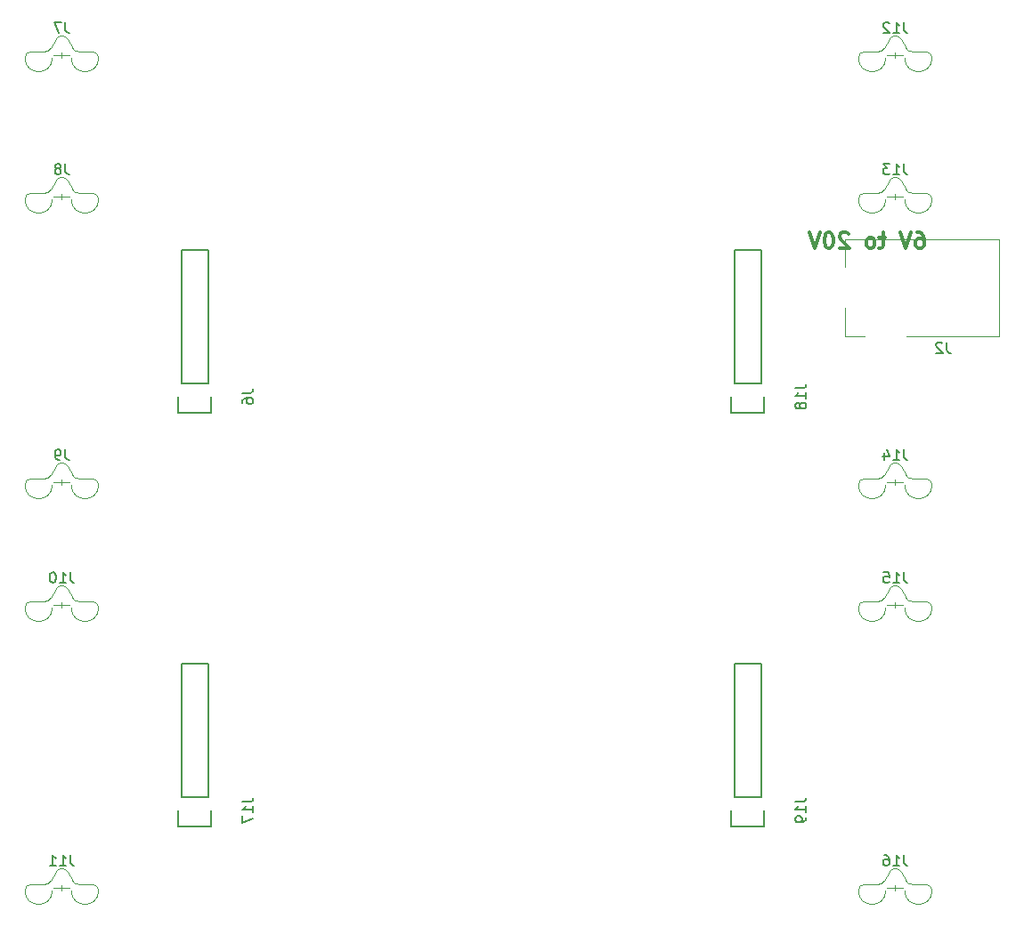
<source format=gbo>
G04 #@! TF.FileFunction,Legend,Bot*
%FSLAX46Y46*%
G04 Gerber Fmt 4.6, Leading zero omitted, Abs format (unit mm)*
G04 Created by KiCad (PCBNEW 4.0.4-stable) date 12/10/17 00:47:25*
%MOMM*%
%LPD*%
G01*
G04 APERTURE LIST*
%ADD10C,0.250000*%
%ADD11C,0.300000*%
%ADD12C,0.150000*%
%ADD13C,0.100000*%
%ADD14C,0.120000*%
G04 APERTURE END LIST*
D10*
D11*
X186288570Y-85538571D02*
X186574284Y-85538571D01*
X186717141Y-85610000D01*
X186788570Y-85681429D01*
X186931427Y-85895714D01*
X187002856Y-86181429D01*
X187002856Y-86752857D01*
X186931427Y-86895714D01*
X186859999Y-86967143D01*
X186717141Y-87038571D01*
X186431427Y-87038571D01*
X186288570Y-86967143D01*
X186217141Y-86895714D01*
X186145713Y-86752857D01*
X186145713Y-86395714D01*
X186217141Y-86252857D01*
X186288570Y-86181429D01*
X186431427Y-86110000D01*
X186717141Y-86110000D01*
X186859999Y-86181429D01*
X186931427Y-86252857D01*
X187002856Y-86395714D01*
X185717142Y-85538571D02*
X185217142Y-87038571D01*
X184717142Y-85538571D01*
X183288571Y-86038571D02*
X182717142Y-86038571D01*
X183074285Y-85538571D02*
X183074285Y-86824286D01*
X183002857Y-86967143D01*
X182859999Y-87038571D01*
X182717142Y-87038571D01*
X182002856Y-87038571D02*
X182145714Y-86967143D01*
X182217142Y-86895714D01*
X182288571Y-86752857D01*
X182288571Y-86324286D01*
X182217142Y-86181429D01*
X182145714Y-86110000D01*
X182002856Y-86038571D01*
X181788571Y-86038571D01*
X181645714Y-86110000D01*
X181574285Y-86181429D01*
X181502856Y-86324286D01*
X181502856Y-86752857D01*
X181574285Y-86895714D01*
X181645714Y-86967143D01*
X181788571Y-87038571D01*
X182002856Y-87038571D01*
X179788571Y-85681429D02*
X179717142Y-85610000D01*
X179574285Y-85538571D01*
X179217142Y-85538571D01*
X179074285Y-85610000D01*
X179002856Y-85681429D01*
X178931428Y-85824286D01*
X178931428Y-85967143D01*
X179002856Y-86181429D01*
X179859999Y-87038571D01*
X178931428Y-87038571D01*
X178002857Y-85538571D02*
X177860000Y-85538571D01*
X177717143Y-85610000D01*
X177645714Y-85681429D01*
X177574285Y-85824286D01*
X177502857Y-86110000D01*
X177502857Y-86467143D01*
X177574285Y-86752857D01*
X177645714Y-86895714D01*
X177717143Y-86967143D01*
X177860000Y-87038571D01*
X178002857Y-87038571D01*
X178145714Y-86967143D01*
X178217143Y-86895714D01*
X178288571Y-86752857D01*
X178360000Y-86467143D01*
X178360000Y-86110000D01*
X178288571Y-85824286D01*
X178217143Y-85681429D01*
X178145714Y-85610000D01*
X178002857Y-85538571D01*
X177074286Y-85538571D02*
X176574286Y-87038571D01*
X176074286Y-85538571D01*
D12*
X116355000Y-99905000D02*
X116355000Y-87205000D01*
X116355000Y-87205000D02*
X118895000Y-87205000D01*
X118895000Y-87205000D02*
X118895000Y-99905000D01*
X116075000Y-102725000D02*
X116075000Y-101175000D01*
X116355000Y-99905000D02*
X118895000Y-99905000D01*
X119175000Y-101175000D02*
X119175000Y-102725000D01*
X119175000Y-102725000D02*
X116075000Y-102725000D01*
D13*
X105757980Y-68640960D02*
X104233980Y-68640960D01*
X104995980Y-68894960D02*
X104995980Y-68386960D01*
X105523909Y-67142360D02*
G75*
G03X104468051Y-67142360I-527929J-304800D01*
G01*
X105523909Y-67142360D02*
X106037173Y-68031360D01*
X106037174Y-68031360D02*
G75*
G03X106565103Y-68336160I527929J304800D01*
G01*
X106565103Y-68336160D02*
X107891580Y-68336160D01*
X108501179Y-68944696D02*
G75*
G03X107891580Y-68336160I-609599J-1064D01*
G01*
X105897680Y-68945760D02*
G75*
G03X108501180Y-68945760I1301750J0D01*
G01*
X103426857Y-68336160D02*
X102100380Y-68336160D01*
X101490780Y-68945760D02*
G75*
G03X104094280Y-68945760I1301750J0D01*
G01*
X104468051Y-67142360D02*
X103954787Y-68031360D01*
X103426857Y-68336161D02*
G75*
G03X103954787Y-68031360I0J609601D01*
G01*
X102100380Y-68336160D02*
G75*
G03X101490780Y-68945760I0J-609600D01*
G01*
X105755440Y-82102960D02*
X104231440Y-82102960D01*
X104993440Y-82356960D02*
X104993440Y-81848960D01*
X105521369Y-80604360D02*
G75*
G03X104465511Y-80604360I-527929J-304800D01*
G01*
X105521369Y-80604360D02*
X106034633Y-81493360D01*
X106034634Y-81493360D02*
G75*
G03X106562563Y-81798160I527929J304800D01*
G01*
X106562563Y-81798160D02*
X107889040Y-81798160D01*
X108498639Y-82406696D02*
G75*
G03X107889040Y-81798160I-609599J-1064D01*
G01*
X105895140Y-82407760D02*
G75*
G03X108498640Y-82407760I1301750J0D01*
G01*
X103424317Y-81798160D02*
X102097840Y-81798160D01*
X101488240Y-82407760D02*
G75*
G03X104091740Y-82407760I1301750J0D01*
G01*
X104465511Y-80604360D02*
X103952247Y-81493360D01*
X103424317Y-81798161D02*
G75*
G03X103952247Y-81493360I0J609601D01*
G01*
X102097840Y-81798160D02*
G75*
G03X101488240Y-82407760I0J-609600D01*
G01*
X105755440Y-109280960D02*
X104231440Y-109280960D01*
X104993440Y-109534960D02*
X104993440Y-109026960D01*
X105521369Y-107782360D02*
G75*
G03X104465511Y-107782360I-527929J-304800D01*
G01*
X105521369Y-107782360D02*
X106034633Y-108671360D01*
X106034634Y-108671360D02*
G75*
G03X106562563Y-108976160I527929J304800D01*
G01*
X106562563Y-108976160D02*
X107889040Y-108976160D01*
X108498639Y-109584696D02*
G75*
G03X107889040Y-108976160I-609599J-1064D01*
G01*
X105895140Y-109585760D02*
G75*
G03X108498640Y-109585760I1301750J0D01*
G01*
X103424317Y-108976160D02*
X102097840Y-108976160D01*
X101488240Y-109585760D02*
G75*
G03X104091740Y-109585760I1301750J0D01*
G01*
X104465511Y-107782360D02*
X103952247Y-108671360D01*
X103424317Y-108976161D02*
G75*
G03X103952247Y-108671360I0J609601D01*
G01*
X102097840Y-108976160D02*
G75*
G03X101488240Y-109585760I0J-609600D01*
G01*
X105755440Y-120964960D02*
X104231440Y-120964960D01*
X104993440Y-121218960D02*
X104993440Y-120710960D01*
X105521369Y-119466360D02*
G75*
G03X104465511Y-119466360I-527929J-304800D01*
G01*
X105521369Y-119466360D02*
X106034633Y-120355360D01*
X106034634Y-120355360D02*
G75*
G03X106562563Y-120660160I527929J304800D01*
G01*
X106562563Y-120660160D02*
X107889040Y-120660160D01*
X108498639Y-121268696D02*
G75*
G03X107889040Y-120660160I-609599J-1064D01*
G01*
X105895140Y-121269760D02*
G75*
G03X108498640Y-121269760I1301750J0D01*
G01*
X103424317Y-120660160D02*
X102097840Y-120660160D01*
X101488240Y-121269760D02*
G75*
G03X104091740Y-121269760I1301750J0D01*
G01*
X104465511Y-119466360D02*
X103952247Y-120355360D01*
X103424317Y-120660161D02*
G75*
G03X103952247Y-120355360I0J609601D01*
G01*
X102097840Y-120660160D02*
G75*
G03X101488240Y-121269760I0J-609600D01*
G01*
X105755440Y-147888960D02*
X104231440Y-147888960D01*
X104993440Y-148142960D02*
X104993440Y-147634960D01*
X105521369Y-146390360D02*
G75*
G03X104465511Y-146390360I-527929J-304800D01*
G01*
X105521369Y-146390360D02*
X106034633Y-147279360D01*
X106034634Y-147279360D02*
G75*
G03X106562563Y-147584160I527929J304800D01*
G01*
X106562563Y-147584160D02*
X107889040Y-147584160D01*
X108498639Y-148192696D02*
G75*
G03X107889040Y-147584160I-609599J-1064D01*
G01*
X105895140Y-148193760D02*
G75*
G03X108498640Y-148193760I1301750J0D01*
G01*
X103424317Y-147584160D02*
X102097840Y-147584160D01*
X101488240Y-148193760D02*
G75*
G03X104091740Y-148193760I1301750J0D01*
G01*
X104465511Y-146390360D02*
X103952247Y-147279360D01*
X103424317Y-147584161D02*
G75*
G03X103952247Y-147279360I0J609601D01*
G01*
X102097840Y-147584160D02*
G75*
G03X101488240Y-148193760I0J-609600D01*
G01*
X185003440Y-68640960D02*
X183479440Y-68640960D01*
X184241440Y-68894960D02*
X184241440Y-68386960D01*
X184769369Y-67142360D02*
G75*
G03X183713511Y-67142360I-527929J-304800D01*
G01*
X184769369Y-67142360D02*
X185282633Y-68031360D01*
X185282634Y-68031360D02*
G75*
G03X185810563Y-68336160I527929J304800D01*
G01*
X185810563Y-68336160D02*
X187137040Y-68336160D01*
X187746639Y-68944696D02*
G75*
G03X187137040Y-68336160I-609599J-1064D01*
G01*
X185143140Y-68945760D02*
G75*
G03X187746640Y-68945760I1301750J0D01*
G01*
X182672317Y-68336160D02*
X181345840Y-68336160D01*
X180736240Y-68945760D02*
G75*
G03X183339740Y-68945760I1301750J0D01*
G01*
X183713511Y-67142360D02*
X183200247Y-68031360D01*
X182672317Y-68336161D02*
G75*
G03X183200247Y-68031360I0J609601D01*
G01*
X181345840Y-68336160D02*
G75*
G03X180736240Y-68945760I0J-609600D01*
G01*
X185003440Y-82102960D02*
X183479440Y-82102960D01*
X184241440Y-82356960D02*
X184241440Y-81848960D01*
X184769369Y-80604360D02*
G75*
G03X183713511Y-80604360I-527929J-304800D01*
G01*
X184769369Y-80604360D02*
X185282633Y-81493360D01*
X185282634Y-81493360D02*
G75*
G03X185810563Y-81798160I527929J304800D01*
G01*
X185810563Y-81798160D02*
X187137040Y-81798160D01*
X187746639Y-82406696D02*
G75*
G03X187137040Y-81798160I-609599J-1064D01*
G01*
X185143140Y-82407760D02*
G75*
G03X187746640Y-82407760I1301750J0D01*
G01*
X182672317Y-81798160D02*
X181345840Y-81798160D01*
X180736240Y-82407760D02*
G75*
G03X183339740Y-82407760I1301750J0D01*
G01*
X183713511Y-80604360D02*
X183200247Y-81493360D01*
X182672317Y-81798161D02*
G75*
G03X183200247Y-81493360I0J609601D01*
G01*
X181345840Y-81798160D02*
G75*
G03X180736240Y-82407760I0J-609600D01*
G01*
X185003440Y-109280960D02*
X183479440Y-109280960D01*
X184241440Y-109534960D02*
X184241440Y-109026960D01*
X184769369Y-107782360D02*
G75*
G03X183713511Y-107782360I-527929J-304800D01*
G01*
X184769369Y-107782360D02*
X185282633Y-108671360D01*
X185282634Y-108671360D02*
G75*
G03X185810563Y-108976160I527929J304800D01*
G01*
X185810563Y-108976160D02*
X187137040Y-108976160D01*
X187746639Y-109584696D02*
G75*
G03X187137040Y-108976160I-609599J-1064D01*
G01*
X185143140Y-109585760D02*
G75*
G03X187746640Y-109585760I1301750J0D01*
G01*
X182672317Y-108976160D02*
X181345840Y-108976160D01*
X180736240Y-109585760D02*
G75*
G03X183339740Y-109585760I1301750J0D01*
G01*
X183713511Y-107782360D02*
X183200247Y-108671360D01*
X182672317Y-108976161D02*
G75*
G03X183200247Y-108671360I0J609601D01*
G01*
X181345840Y-108976160D02*
G75*
G03X180736240Y-109585760I0J-609600D01*
G01*
X185003440Y-120964960D02*
X183479440Y-120964960D01*
X184241440Y-121218960D02*
X184241440Y-120710960D01*
X184769369Y-119466360D02*
G75*
G03X183713511Y-119466360I-527929J-304800D01*
G01*
X184769369Y-119466360D02*
X185282633Y-120355360D01*
X185282634Y-120355360D02*
G75*
G03X185810563Y-120660160I527929J304800D01*
G01*
X185810563Y-120660160D02*
X187137040Y-120660160D01*
X187746639Y-121268696D02*
G75*
G03X187137040Y-120660160I-609599J-1064D01*
G01*
X185143140Y-121269760D02*
G75*
G03X187746640Y-121269760I1301750J0D01*
G01*
X182672317Y-120660160D02*
X181345840Y-120660160D01*
X180736240Y-121269760D02*
G75*
G03X183339740Y-121269760I1301750J0D01*
G01*
X183713511Y-119466360D02*
X183200247Y-120355360D01*
X182672317Y-120660161D02*
G75*
G03X183200247Y-120355360I0J609601D01*
G01*
X181345840Y-120660160D02*
G75*
G03X180736240Y-121269760I0J-609600D01*
G01*
X185003440Y-147888960D02*
X183479440Y-147888960D01*
X184241440Y-148142960D02*
X184241440Y-147634960D01*
X184769369Y-146390360D02*
G75*
G03X183713511Y-146390360I-527929J-304800D01*
G01*
X184769369Y-146390360D02*
X185282633Y-147279360D01*
X185282634Y-147279360D02*
G75*
G03X185810563Y-147584160I527929J304800D01*
G01*
X185810563Y-147584160D02*
X187137040Y-147584160D01*
X187746639Y-148192696D02*
G75*
G03X187137040Y-147584160I-609599J-1064D01*
G01*
X185143140Y-148193760D02*
G75*
G03X187746640Y-148193760I1301750J0D01*
G01*
X182672317Y-147584160D02*
X181345840Y-147584160D01*
X180736240Y-148193760D02*
G75*
G03X183339740Y-148193760I1301750J0D01*
G01*
X183713511Y-146390360D02*
X183200247Y-147279360D01*
X182672317Y-147584161D02*
G75*
G03X183200247Y-147279360I0J609601D01*
G01*
X181345840Y-147584160D02*
G75*
G03X180736240Y-148193760I0J-609600D01*
G01*
D12*
X116355000Y-139280000D02*
X116355000Y-126580000D01*
X116355000Y-126580000D02*
X118895000Y-126580000D01*
X118895000Y-126580000D02*
X118895000Y-139280000D01*
X116075000Y-142100000D02*
X116075000Y-140550000D01*
X116355000Y-139280000D02*
X118895000Y-139280000D01*
X119175000Y-140550000D02*
X119175000Y-142100000D01*
X119175000Y-142100000D02*
X116075000Y-142100000D01*
X168930000Y-99905000D02*
X168930000Y-87205000D01*
X168930000Y-87205000D02*
X171470000Y-87205000D01*
X171470000Y-87205000D02*
X171470000Y-99905000D01*
X168650000Y-102725000D02*
X168650000Y-101175000D01*
X168930000Y-99905000D02*
X171470000Y-99905000D01*
X171750000Y-101175000D02*
X171750000Y-102725000D01*
X171750000Y-102725000D02*
X168650000Y-102725000D01*
X168930000Y-139255000D02*
X168930000Y-126555000D01*
X168930000Y-126555000D02*
X171470000Y-126555000D01*
X171470000Y-126555000D02*
X171470000Y-139255000D01*
X168650000Y-142075000D02*
X168650000Y-140525000D01*
X168930000Y-139255000D02*
X171470000Y-139255000D01*
X171750000Y-140525000D02*
X171750000Y-142075000D01*
X171750000Y-142075000D02*
X168650000Y-142075000D01*
D14*
X185340000Y-95405000D02*
X194140000Y-95405000D01*
X194140000Y-95405000D02*
X194140000Y-86205000D01*
X179440000Y-92705000D02*
X179440000Y-95405000D01*
X179440000Y-95405000D02*
X181340000Y-95405000D01*
X194140000Y-86205000D02*
X179440000Y-86205000D01*
X179440000Y-86205000D02*
X179440000Y-88805000D01*
D12*
X122177381Y-100841667D02*
X122891667Y-100841667D01*
X123034524Y-100794047D01*
X123129762Y-100698809D01*
X123177381Y-100555952D01*
X123177381Y-100460714D01*
X122177381Y-101746429D02*
X122177381Y-101555952D01*
X122225000Y-101460714D01*
X122272619Y-101413095D01*
X122415476Y-101317857D01*
X122605952Y-101270238D01*
X122986905Y-101270238D01*
X123082143Y-101317857D01*
X123129762Y-101365476D01*
X123177381Y-101460714D01*
X123177381Y-101651191D01*
X123129762Y-101746429D01*
X123082143Y-101794048D01*
X122986905Y-101841667D01*
X122748810Y-101841667D01*
X122653571Y-101794048D01*
X122605952Y-101746429D01*
X122558333Y-101651191D01*
X122558333Y-101460714D01*
X122605952Y-101365476D01*
X122653571Y-101317857D01*
X122748810Y-101270238D01*
X105329313Y-65553341D02*
X105329313Y-66267627D01*
X105376933Y-66410484D01*
X105472171Y-66505722D01*
X105615028Y-66553341D01*
X105710266Y-66553341D01*
X104948361Y-65553341D02*
X104281694Y-65553341D01*
X104710266Y-66553341D01*
X105326773Y-79015341D02*
X105326773Y-79729627D01*
X105374393Y-79872484D01*
X105469631Y-79967722D01*
X105612488Y-80015341D01*
X105707726Y-80015341D01*
X104707726Y-79443912D02*
X104802964Y-79396293D01*
X104850583Y-79348674D01*
X104898202Y-79253436D01*
X104898202Y-79205817D01*
X104850583Y-79110579D01*
X104802964Y-79062960D01*
X104707726Y-79015341D01*
X104517249Y-79015341D01*
X104422011Y-79062960D01*
X104374392Y-79110579D01*
X104326773Y-79205817D01*
X104326773Y-79253436D01*
X104374392Y-79348674D01*
X104422011Y-79396293D01*
X104517249Y-79443912D01*
X104707726Y-79443912D01*
X104802964Y-79491531D01*
X104850583Y-79539150D01*
X104898202Y-79634389D01*
X104898202Y-79824865D01*
X104850583Y-79920103D01*
X104802964Y-79967722D01*
X104707726Y-80015341D01*
X104517249Y-80015341D01*
X104422011Y-79967722D01*
X104374392Y-79920103D01*
X104326773Y-79824865D01*
X104326773Y-79634389D01*
X104374392Y-79539150D01*
X104422011Y-79491531D01*
X104517249Y-79443912D01*
X105326773Y-106193341D02*
X105326773Y-106907627D01*
X105374393Y-107050484D01*
X105469631Y-107145722D01*
X105612488Y-107193341D01*
X105707726Y-107193341D01*
X104802964Y-107193341D02*
X104612488Y-107193341D01*
X104517249Y-107145722D01*
X104469630Y-107098103D01*
X104374392Y-106955246D01*
X104326773Y-106764770D01*
X104326773Y-106383817D01*
X104374392Y-106288579D01*
X104422011Y-106240960D01*
X104517249Y-106193341D01*
X104707726Y-106193341D01*
X104802964Y-106240960D01*
X104850583Y-106288579D01*
X104898202Y-106383817D01*
X104898202Y-106621912D01*
X104850583Y-106717150D01*
X104802964Y-106764770D01*
X104707726Y-106812389D01*
X104517249Y-106812389D01*
X104422011Y-106764770D01*
X104374392Y-106717150D01*
X104326773Y-106621912D01*
X105802963Y-117877341D02*
X105802963Y-118591627D01*
X105850583Y-118734484D01*
X105945821Y-118829722D01*
X106088678Y-118877341D01*
X106183916Y-118877341D01*
X104802963Y-118877341D02*
X105374392Y-118877341D01*
X105088678Y-118877341D02*
X105088678Y-117877341D01*
X105183916Y-118020198D01*
X105279154Y-118115436D01*
X105374392Y-118163055D01*
X104183916Y-117877341D02*
X104088677Y-117877341D01*
X103993439Y-117924960D01*
X103945820Y-117972579D01*
X103898201Y-118067817D01*
X103850582Y-118258293D01*
X103850582Y-118496389D01*
X103898201Y-118686865D01*
X103945820Y-118782103D01*
X103993439Y-118829722D01*
X104088677Y-118877341D01*
X104183916Y-118877341D01*
X104279154Y-118829722D01*
X104326773Y-118782103D01*
X104374392Y-118686865D01*
X104422011Y-118496389D01*
X104422011Y-118258293D01*
X104374392Y-118067817D01*
X104326773Y-117972579D01*
X104279154Y-117924960D01*
X104183916Y-117877341D01*
X105802963Y-144801341D02*
X105802963Y-145515627D01*
X105850583Y-145658484D01*
X105945821Y-145753722D01*
X106088678Y-145801341D01*
X106183916Y-145801341D01*
X104802963Y-145801341D02*
X105374392Y-145801341D01*
X105088678Y-145801341D02*
X105088678Y-144801341D01*
X105183916Y-144944198D01*
X105279154Y-145039436D01*
X105374392Y-145087055D01*
X103850582Y-145801341D02*
X104422011Y-145801341D01*
X104136297Y-145801341D02*
X104136297Y-144801341D01*
X104231535Y-144944198D01*
X104326773Y-145039436D01*
X104422011Y-145087055D01*
X185050963Y-65553341D02*
X185050963Y-66267627D01*
X185098583Y-66410484D01*
X185193821Y-66505722D01*
X185336678Y-66553341D01*
X185431916Y-66553341D01*
X184050963Y-66553341D02*
X184622392Y-66553341D01*
X184336678Y-66553341D02*
X184336678Y-65553341D01*
X184431916Y-65696198D01*
X184527154Y-65791436D01*
X184622392Y-65839055D01*
X183670011Y-65648579D02*
X183622392Y-65600960D01*
X183527154Y-65553341D01*
X183289058Y-65553341D01*
X183193820Y-65600960D01*
X183146201Y-65648579D01*
X183098582Y-65743817D01*
X183098582Y-65839055D01*
X183146201Y-65981912D01*
X183717630Y-66553341D01*
X183098582Y-66553341D01*
X185050963Y-79015341D02*
X185050963Y-79729627D01*
X185098583Y-79872484D01*
X185193821Y-79967722D01*
X185336678Y-80015341D01*
X185431916Y-80015341D01*
X184050963Y-80015341D02*
X184622392Y-80015341D01*
X184336678Y-80015341D02*
X184336678Y-79015341D01*
X184431916Y-79158198D01*
X184527154Y-79253436D01*
X184622392Y-79301055D01*
X183717630Y-79015341D02*
X183098582Y-79015341D01*
X183431916Y-79396293D01*
X183289058Y-79396293D01*
X183193820Y-79443912D01*
X183146201Y-79491531D01*
X183098582Y-79586770D01*
X183098582Y-79824865D01*
X183146201Y-79920103D01*
X183193820Y-79967722D01*
X183289058Y-80015341D01*
X183574773Y-80015341D01*
X183670011Y-79967722D01*
X183717630Y-79920103D01*
X185050963Y-106193341D02*
X185050963Y-106907627D01*
X185098583Y-107050484D01*
X185193821Y-107145722D01*
X185336678Y-107193341D01*
X185431916Y-107193341D01*
X184050963Y-107193341D02*
X184622392Y-107193341D01*
X184336678Y-107193341D02*
X184336678Y-106193341D01*
X184431916Y-106336198D01*
X184527154Y-106431436D01*
X184622392Y-106479055D01*
X183193820Y-106526674D02*
X183193820Y-107193341D01*
X183431916Y-106145722D02*
X183670011Y-106860008D01*
X183050963Y-106860008D01*
X185050963Y-117877341D02*
X185050963Y-118591627D01*
X185098583Y-118734484D01*
X185193821Y-118829722D01*
X185336678Y-118877341D01*
X185431916Y-118877341D01*
X184050963Y-118877341D02*
X184622392Y-118877341D01*
X184336678Y-118877341D02*
X184336678Y-117877341D01*
X184431916Y-118020198D01*
X184527154Y-118115436D01*
X184622392Y-118163055D01*
X183146201Y-117877341D02*
X183622392Y-117877341D01*
X183670011Y-118353531D01*
X183622392Y-118305912D01*
X183527154Y-118258293D01*
X183289058Y-118258293D01*
X183193820Y-118305912D01*
X183146201Y-118353531D01*
X183098582Y-118448770D01*
X183098582Y-118686865D01*
X183146201Y-118782103D01*
X183193820Y-118829722D01*
X183289058Y-118877341D01*
X183527154Y-118877341D01*
X183622392Y-118829722D01*
X183670011Y-118782103D01*
X185050963Y-144801341D02*
X185050963Y-145515627D01*
X185098583Y-145658484D01*
X185193821Y-145753722D01*
X185336678Y-145801341D01*
X185431916Y-145801341D01*
X184050963Y-145801341D02*
X184622392Y-145801341D01*
X184336678Y-145801341D02*
X184336678Y-144801341D01*
X184431916Y-144944198D01*
X184527154Y-145039436D01*
X184622392Y-145087055D01*
X183193820Y-144801341D02*
X183384297Y-144801341D01*
X183479535Y-144848960D01*
X183527154Y-144896579D01*
X183622392Y-145039436D01*
X183670011Y-145229912D01*
X183670011Y-145610865D01*
X183622392Y-145706103D01*
X183574773Y-145753722D01*
X183479535Y-145801341D01*
X183289058Y-145801341D01*
X183193820Y-145753722D01*
X183146201Y-145706103D01*
X183098582Y-145610865D01*
X183098582Y-145372770D01*
X183146201Y-145277531D01*
X183193820Y-145229912D01*
X183289058Y-145182293D01*
X183479535Y-145182293D01*
X183574773Y-145229912D01*
X183622392Y-145277531D01*
X183670011Y-145372770D01*
X122177381Y-139740477D02*
X122891667Y-139740477D01*
X123034524Y-139692857D01*
X123129762Y-139597619D01*
X123177381Y-139454762D01*
X123177381Y-139359524D01*
X123177381Y-140740477D02*
X123177381Y-140169048D01*
X123177381Y-140454762D02*
X122177381Y-140454762D01*
X122320238Y-140359524D01*
X122415476Y-140264286D01*
X122463095Y-140169048D01*
X122177381Y-141073810D02*
X122177381Y-141740477D01*
X123177381Y-141311905D01*
X174752381Y-100365477D02*
X175466667Y-100365477D01*
X175609524Y-100317857D01*
X175704762Y-100222619D01*
X175752381Y-100079762D01*
X175752381Y-99984524D01*
X175752381Y-101365477D02*
X175752381Y-100794048D01*
X175752381Y-101079762D02*
X174752381Y-101079762D01*
X174895238Y-100984524D01*
X174990476Y-100889286D01*
X175038095Y-100794048D01*
X175180952Y-101936905D02*
X175133333Y-101841667D01*
X175085714Y-101794048D01*
X174990476Y-101746429D01*
X174942857Y-101746429D01*
X174847619Y-101794048D01*
X174800000Y-101841667D01*
X174752381Y-101936905D01*
X174752381Y-102127382D01*
X174800000Y-102222620D01*
X174847619Y-102270239D01*
X174942857Y-102317858D01*
X174990476Y-102317858D01*
X175085714Y-102270239D01*
X175133333Y-102222620D01*
X175180952Y-102127382D01*
X175180952Y-101936905D01*
X175228571Y-101841667D01*
X175276190Y-101794048D01*
X175371429Y-101746429D01*
X175561905Y-101746429D01*
X175657143Y-101794048D01*
X175704762Y-101841667D01*
X175752381Y-101936905D01*
X175752381Y-102127382D01*
X175704762Y-102222620D01*
X175657143Y-102270239D01*
X175561905Y-102317858D01*
X175371429Y-102317858D01*
X175276190Y-102270239D01*
X175228571Y-102222620D01*
X175180952Y-102127382D01*
X174752381Y-139715477D02*
X175466667Y-139715477D01*
X175609524Y-139667857D01*
X175704762Y-139572619D01*
X175752381Y-139429762D01*
X175752381Y-139334524D01*
X175752381Y-140715477D02*
X175752381Y-140144048D01*
X175752381Y-140429762D02*
X174752381Y-140429762D01*
X174895238Y-140334524D01*
X174990476Y-140239286D01*
X175038095Y-140144048D01*
X175752381Y-141191667D02*
X175752381Y-141382143D01*
X175704762Y-141477382D01*
X175657143Y-141525001D01*
X175514286Y-141620239D01*
X175323810Y-141667858D01*
X174942857Y-141667858D01*
X174847619Y-141620239D01*
X174800000Y-141572620D01*
X174752381Y-141477382D01*
X174752381Y-141286905D01*
X174800000Y-141191667D01*
X174847619Y-141144048D01*
X174942857Y-141096429D01*
X175180952Y-141096429D01*
X175276190Y-141144048D01*
X175323810Y-141191667D01*
X175371429Y-141286905D01*
X175371429Y-141477382D01*
X175323810Y-141572620D01*
X175276190Y-141620239D01*
X175180952Y-141667858D01*
X189123333Y-96007381D02*
X189123333Y-96721667D01*
X189170953Y-96864524D01*
X189266191Y-96959762D01*
X189409048Y-97007381D01*
X189504286Y-97007381D01*
X188694762Y-96102619D02*
X188647143Y-96055000D01*
X188551905Y-96007381D01*
X188313809Y-96007381D01*
X188218571Y-96055000D01*
X188170952Y-96102619D01*
X188123333Y-96197857D01*
X188123333Y-96293095D01*
X188170952Y-96435952D01*
X188742381Y-97007381D01*
X188123333Y-97007381D01*
M02*

</source>
